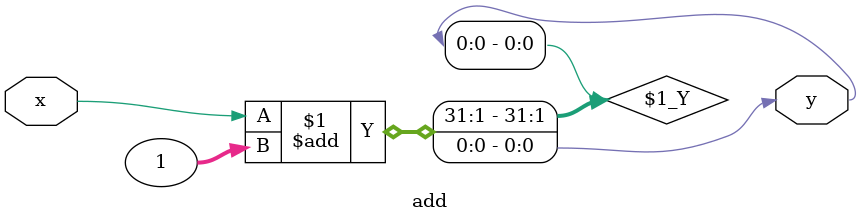
<source format=v>
`timescale 1ns / 1ps


module add(
input wire x, output wire y
    );
    assign y = x + 1;
endmodule

</source>
